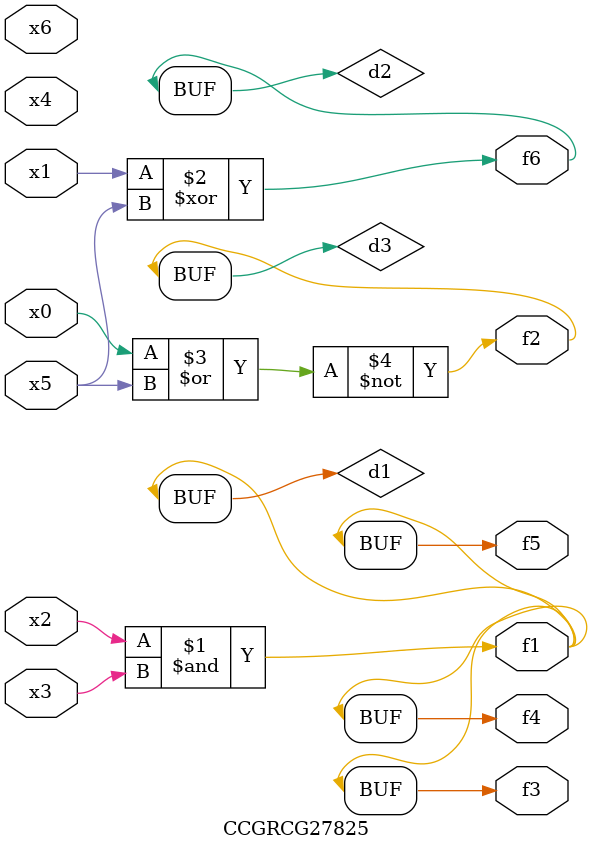
<source format=v>
module CCGRCG27825(
	input x0, x1, x2, x3, x4, x5, x6,
	output f1, f2, f3, f4, f5, f6
);

	wire d1, d2, d3;

	and (d1, x2, x3);
	xor (d2, x1, x5);
	nor (d3, x0, x5);
	assign f1 = d1;
	assign f2 = d3;
	assign f3 = d1;
	assign f4 = d1;
	assign f5 = d1;
	assign f6 = d2;
endmodule

</source>
